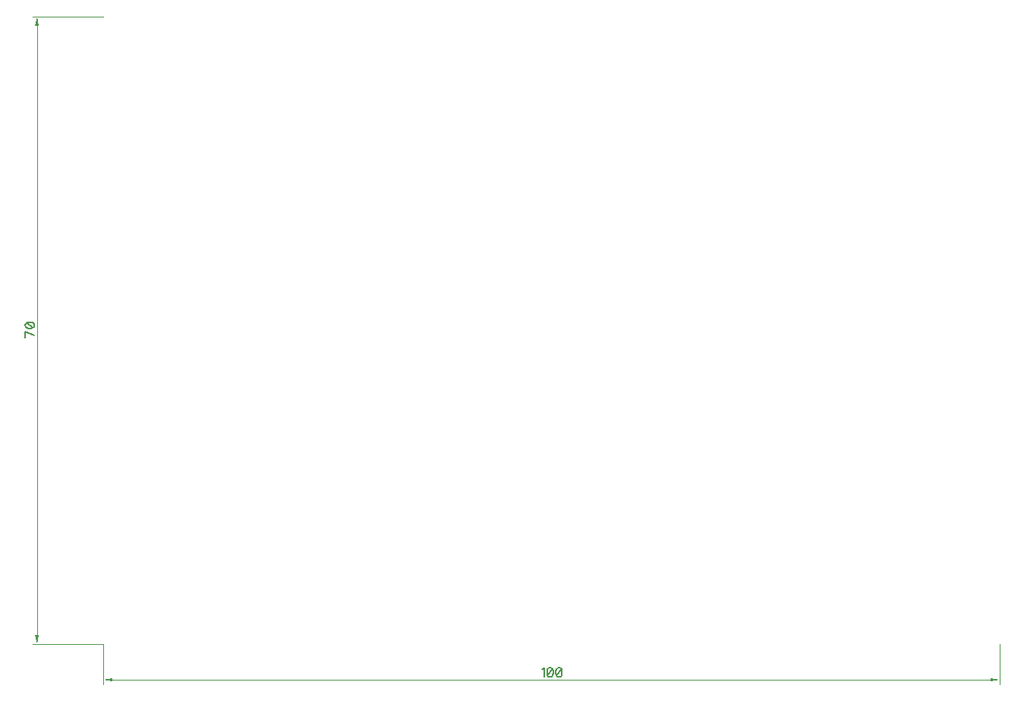
<source format=gbr>
G04 DipTrace 3.3.1.1*
G04 TopDimension.gbr*
%MOIN*%
G04 #@! TF.FileFunction,Drawing,Top*
G04 #@! TF.Part,Single*
%ADD13C,0.001378*%
%ADD78C,0.006176*%
%FSLAX26Y26*%
G04*
G70*
G90*
G75*
G01*
G04 TopDimension*
%LPD*%
X394016Y394016D2*
D13*
Y218214D1*
X4331024Y394016D2*
Y218214D1*
X2362520Y237899D2*
X433386D1*
G36*
X394016D2*
X433386Y245773D1*
Y230025D1*
X394016Y237899D1*
G37*
X2362520D2*
D13*
X4291654D1*
G36*
X4331024D2*
X4291654Y230025D1*
Y245773D1*
X4331024Y237899D1*
G37*
X394016Y3149921D2*
D13*
X84290D1*
X394016Y394016D2*
X84290D1*
X103975Y1771969D2*
Y3110551D1*
G36*
Y3149921D2*
X111849Y3110551D1*
X96101D1*
X103975Y3149921D1*
G37*
Y1771969D2*
D13*
Y433386D1*
G36*
Y394016D2*
X96101Y433386D1*
X111849D1*
X103975Y394016D1*
G37*
X2321664Y282608D2*
D78*
X2325511Y284554D1*
X2331259Y290257D1*
Y250110D1*
X2355106Y290257D2*
X2349358Y288356D1*
X2345512Y282608D1*
X2343610Y273058D1*
Y267310D1*
X2345512Y257759D1*
X2349358Y252011D1*
X2355106Y250110D1*
X2358909D1*
X2364657Y252011D1*
X2368459Y257759D1*
X2370405Y267310D1*
Y273058D1*
X2368459Y282608D1*
X2364657Y288356D1*
X2358909Y290257D1*
X2355106D1*
X2368459Y282608D2*
X2345512Y257759D1*
X2394252Y290257D2*
X2388504Y288356D1*
X2384658Y282608D1*
X2382756Y273058D1*
Y267310D1*
X2384658Y257759D1*
X2388504Y252011D1*
X2394252Y250110D1*
X2398055D1*
X2403803Y252011D1*
X2407606Y257759D1*
X2409551Y267310D1*
Y273058D1*
X2407606Y282608D1*
X2403803Y288356D1*
X2398055Y290257D1*
X2394252D1*
X2407606Y282608D2*
X2384658Y257759D1*
X91764Y1749735D2*
X51617Y1768881D1*
Y1742086D1*
Y1792728D2*
X53518Y1786980D1*
X59266Y1783133D1*
X68816Y1781232D1*
X74564D1*
X84115Y1783133D1*
X89863Y1786980D1*
X91764Y1792728D1*
Y1796531D1*
X89863Y1802279D1*
X84115Y1806081D1*
X74564Y1808027D1*
X68816D1*
X59266Y1806081D1*
X53518Y1802279D1*
X51617Y1796531D1*
Y1792728D1*
X59266Y1806081D2*
X84115Y1783133D1*
M02*

</source>
